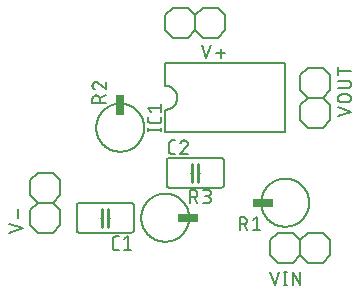
<source format=gbr>
G04 EAGLE Gerber RS-274X export*
G75*
%MOMM*%
%FSLAX34Y34*%
%LPD*%
%INSilkscreen Top*%
%IPPOS*%
%AMOC8*
5,1,8,0,0,1.08239X$1,22.5*%
G01*
%ADD10C,0.152400*%
%ADD11C,0.254000*%
%ADD12C,0.127000*%
%ADD13R,1.676400X0.762000*%
%ADD14R,0.762000X1.676400*%


D10*
X123190Y88900D02*
X80010Y88900D01*
X80010Y114300D02*
X123190Y114300D01*
X77470Y111760D02*
X77470Y91440D01*
X125730Y91440D02*
X125730Y111760D01*
X80010Y88900D02*
X79910Y88902D01*
X79811Y88908D01*
X79711Y88918D01*
X79613Y88931D01*
X79514Y88949D01*
X79417Y88970D01*
X79321Y88995D01*
X79225Y89024D01*
X79131Y89057D01*
X79038Y89093D01*
X78947Y89133D01*
X78857Y89177D01*
X78769Y89224D01*
X78683Y89274D01*
X78599Y89328D01*
X78517Y89385D01*
X78438Y89445D01*
X78360Y89509D01*
X78286Y89575D01*
X78214Y89644D01*
X78145Y89716D01*
X78079Y89790D01*
X78015Y89868D01*
X77955Y89947D01*
X77898Y90029D01*
X77844Y90113D01*
X77794Y90199D01*
X77747Y90287D01*
X77703Y90377D01*
X77663Y90468D01*
X77627Y90561D01*
X77594Y90655D01*
X77565Y90751D01*
X77540Y90847D01*
X77519Y90944D01*
X77501Y91043D01*
X77488Y91141D01*
X77478Y91241D01*
X77472Y91340D01*
X77470Y91440D01*
X123190Y88900D02*
X123290Y88902D01*
X123389Y88908D01*
X123489Y88918D01*
X123587Y88931D01*
X123686Y88949D01*
X123783Y88970D01*
X123879Y88995D01*
X123975Y89024D01*
X124069Y89057D01*
X124162Y89093D01*
X124253Y89133D01*
X124343Y89177D01*
X124431Y89224D01*
X124517Y89274D01*
X124601Y89328D01*
X124683Y89385D01*
X124762Y89445D01*
X124840Y89509D01*
X124914Y89575D01*
X124986Y89644D01*
X125055Y89716D01*
X125121Y89790D01*
X125185Y89868D01*
X125245Y89947D01*
X125302Y90029D01*
X125356Y90113D01*
X125406Y90199D01*
X125453Y90287D01*
X125497Y90377D01*
X125537Y90468D01*
X125573Y90561D01*
X125606Y90655D01*
X125635Y90751D01*
X125660Y90847D01*
X125681Y90944D01*
X125699Y91043D01*
X125712Y91141D01*
X125722Y91241D01*
X125728Y91340D01*
X125730Y91440D01*
X80010Y114300D02*
X79910Y114298D01*
X79811Y114292D01*
X79711Y114282D01*
X79613Y114269D01*
X79514Y114251D01*
X79417Y114230D01*
X79321Y114205D01*
X79225Y114176D01*
X79131Y114143D01*
X79038Y114107D01*
X78947Y114067D01*
X78857Y114023D01*
X78769Y113976D01*
X78683Y113926D01*
X78599Y113872D01*
X78517Y113815D01*
X78438Y113755D01*
X78360Y113691D01*
X78286Y113625D01*
X78214Y113556D01*
X78145Y113484D01*
X78079Y113410D01*
X78015Y113332D01*
X77955Y113253D01*
X77898Y113171D01*
X77844Y113087D01*
X77794Y113001D01*
X77747Y112913D01*
X77703Y112823D01*
X77663Y112732D01*
X77627Y112639D01*
X77594Y112545D01*
X77565Y112449D01*
X77540Y112353D01*
X77519Y112256D01*
X77501Y112157D01*
X77488Y112059D01*
X77478Y111959D01*
X77472Y111860D01*
X77470Y111760D01*
X123190Y114300D02*
X123290Y114298D01*
X123389Y114292D01*
X123489Y114282D01*
X123587Y114269D01*
X123686Y114251D01*
X123783Y114230D01*
X123879Y114205D01*
X123975Y114176D01*
X124069Y114143D01*
X124162Y114107D01*
X124253Y114067D01*
X124343Y114023D01*
X124431Y113976D01*
X124517Y113926D01*
X124601Y113872D01*
X124683Y113815D01*
X124762Y113755D01*
X124840Y113691D01*
X124914Y113625D01*
X124986Y113556D01*
X125055Y113484D01*
X125121Y113410D01*
X125185Y113332D01*
X125245Y113253D01*
X125302Y113171D01*
X125356Y113087D01*
X125406Y113001D01*
X125453Y112913D01*
X125497Y112823D01*
X125537Y112732D01*
X125573Y112639D01*
X125606Y112545D01*
X125635Y112449D01*
X125660Y112353D01*
X125681Y112256D01*
X125699Y112157D01*
X125712Y112059D01*
X125722Y111959D01*
X125728Y111860D01*
X125730Y111760D01*
X99060Y101600D02*
X97790Y101600D01*
D11*
X99060Y101600D02*
X99060Y93980D01*
X99060Y101600D02*
X99060Y109220D01*
X104140Y101600D02*
X104140Y93980D01*
X104140Y101600D02*
X104140Y109220D01*
D10*
X104140Y101600D02*
X105410Y101600D01*
D12*
X110453Y74295D02*
X112993Y74295D01*
X110453Y74295D02*
X110353Y74297D01*
X110254Y74303D01*
X110154Y74313D01*
X110056Y74326D01*
X109957Y74344D01*
X109860Y74365D01*
X109764Y74390D01*
X109668Y74419D01*
X109574Y74452D01*
X109481Y74488D01*
X109390Y74528D01*
X109300Y74572D01*
X109212Y74619D01*
X109126Y74669D01*
X109042Y74723D01*
X108960Y74780D01*
X108881Y74840D01*
X108803Y74904D01*
X108729Y74970D01*
X108657Y75039D01*
X108588Y75111D01*
X108522Y75185D01*
X108458Y75263D01*
X108398Y75342D01*
X108341Y75424D01*
X108287Y75508D01*
X108237Y75594D01*
X108190Y75682D01*
X108146Y75772D01*
X108106Y75863D01*
X108070Y75956D01*
X108037Y76050D01*
X108008Y76146D01*
X107983Y76242D01*
X107962Y76339D01*
X107944Y76438D01*
X107931Y76536D01*
X107921Y76636D01*
X107915Y76735D01*
X107913Y76835D01*
X107913Y83185D01*
X107915Y83285D01*
X107921Y83384D01*
X107931Y83484D01*
X107944Y83582D01*
X107962Y83681D01*
X107983Y83778D01*
X108008Y83874D01*
X108037Y83970D01*
X108070Y84064D01*
X108106Y84157D01*
X108146Y84248D01*
X108190Y84338D01*
X108237Y84426D01*
X108287Y84512D01*
X108341Y84596D01*
X108398Y84678D01*
X108458Y84757D01*
X108522Y84835D01*
X108588Y84909D01*
X108657Y84981D01*
X108729Y85050D01*
X108803Y85116D01*
X108881Y85180D01*
X108960Y85240D01*
X109042Y85297D01*
X109126Y85351D01*
X109212Y85401D01*
X109300Y85448D01*
X109390Y85492D01*
X109481Y85532D01*
X109574Y85568D01*
X109668Y85601D01*
X109764Y85630D01*
X109860Y85655D01*
X109957Y85676D01*
X110056Y85694D01*
X110154Y85707D01*
X110254Y85717D01*
X110353Y85723D01*
X110453Y85725D01*
X112993Y85725D01*
X117475Y83185D02*
X120650Y85725D01*
X120650Y74295D01*
X117475Y74295D02*
X123825Y74295D01*
D10*
X156210Y152400D02*
X199390Y152400D01*
X199390Y127000D02*
X156210Y127000D01*
X201930Y129540D02*
X201930Y149860D01*
X153670Y149860D02*
X153670Y129540D01*
X199390Y152400D02*
X199490Y152398D01*
X199589Y152392D01*
X199689Y152382D01*
X199787Y152369D01*
X199886Y152351D01*
X199983Y152330D01*
X200079Y152305D01*
X200175Y152276D01*
X200269Y152243D01*
X200362Y152207D01*
X200453Y152167D01*
X200543Y152123D01*
X200631Y152076D01*
X200717Y152026D01*
X200801Y151972D01*
X200883Y151915D01*
X200962Y151855D01*
X201040Y151791D01*
X201114Y151725D01*
X201186Y151656D01*
X201255Y151584D01*
X201321Y151510D01*
X201385Y151432D01*
X201445Y151353D01*
X201502Y151271D01*
X201556Y151187D01*
X201606Y151101D01*
X201653Y151013D01*
X201697Y150923D01*
X201737Y150832D01*
X201773Y150739D01*
X201806Y150645D01*
X201835Y150549D01*
X201860Y150453D01*
X201881Y150356D01*
X201899Y150257D01*
X201912Y150159D01*
X201922Y150059D01*
X201928Y149960D01*
X201930Y149860D01*
X156210Y152400D02*
X156110Y152398D01*
X156011Y152392D01*
X155911Y152382D01*
X155813Y152369D01*
X155714Y152351D01*
X155617Y152330D01*
X155521Y152305D01*
X155425Y152276D01*
X155331Y152243D01*
X155238Y152207D01*
X155147Y152167D01*
X155057Y152123D01*
X154969Y152076D01*
X154883Y152026D01*
X154799Y151972D01*
X154717Y151915D01*
X154638Y151855D01*
X154560Y151791D01*
X154486Y151725D01*
X154414Y151656D01*
X154345Y151584D01*
X154279Y151510D01*
X154215Y151432D01*
X154155Y151353D01*
X154098Y151271D01*
X154044Y151187D01*
X153994Y151101D01*
X153947Y151013D01*
X153903Y150923D01*
X153863Y150832D01*
X153827Y150739D01*
X153794Y150645D01*
X153765Y150549D01*
X153740Y150453D01*
X153719Y150356D01*
X153701Y150257D01*
X153688Y150159D01*
X153678Y150059D01*
X153672Y149960D01*
X153670Y149860D01*
X199390Y127000D02*
X199490Y127002D01*
X199589Y127008D01*
X199689Y127018D01*
X199787Y127031D01*
X199886Y127049D01*
X199983Y127070D01*
X200079Y127095D01*
X200175Y127124D01*
X200269Y127157D01*
X200362Y127193D01*
X200453Y127233D01*
X200543Y127277D01*
X200631Y127324D01*
X200717Y127374D01*
X200801Y127428D01*
X200883Y127485D01*
X200962Y127545D01*
X201040Y127609D01*
X201114Y127675D01*
X201186Y127744D01*
X201255Y127816D01*
X201321Y127890D01*
X201385Y127968D01*
X201445Y128047D01*
X201502Y128129D01*
X201556Y128213D01*
X201606Y128299D01*
X201653Y128387D01*
X201697Y128477D01*
X201737Y128568D01*
X201773Y128661D01*
X201806Y128755D01*
X201835Y128851D01*
X201860Y128947D01*
X201881Y129044D01*
X201899Y129143D01*
X201912Y129241D01*
X201922Y129341D01*
X201928Y129440D01*
X201930Y129540D01*
X156210Y127000D02*
X156110Y127002D01*
X156011Y127008D01*
X155911Y127018D01*
X155813Y127031D01*
X155714Y127049D01*
X155617Y127070D01*
X155521Y127095D01*
X155425Y127124D01*
X155331Y127157D01*
X155238Y127193D01*
X155147Y127233D01*
X155057Y127277D01*
X154969Y127324D01*
X154883Y127374D01*
X154799Y127428D01*
X154717Y127485D01*
X154638Y127545D01*
X154560Y127609D01*
X154486Y127675D01*
X154414Y127744D01*
X154345Y127816D01*
X154279Y127890D01*
X154215Y127968D01*
X154155Y128047D01*
X154098Y128129D01*
X154044Y128213D01*
X153994Y128299D01*
X153947Y128387D01*
X153903Y128477D01*
X153863Y128568D01*
X153827Y128661D01*
X153794Y128755D01*
X153765Y128851D01*
X153740Y128947D01*
X153719Y129044D01*
X153701Y129143D01*
X153688Y129241D01*
X153678Y129341D01*
X153672Y129440D01*
X153670Y129540D01*
X180340Y139700D02*
X181610Y139700D01*
D11*
X180340Y139700D02*
X180340Y147320D01*
X180340Y139700D02*
X180340Y132080D01*
X175260Y139700D02*
X175260Y147320D01*
X175260Y139700D02*
X175260Y132080D01*
D10*
X175260Y139700D02*
X173990Y139700D01*
D12*
X160655Y155575D02*
X158115Y155575D01*
X158015Y155577D01*
X157916Y155583D01*
X157816Y155593D01*
X157718Y155606D01*
X157619Y155624D01*
X157522Y155645D01*
X157426Y155670D01*
X157330Y155699D01*
X157236Y155732D01*
X157143Y155768D01*
X157052Y155808D01*
X156962Y155852D01*
X156874Y155899D01*
X156788Y155949D01*
X156704Y156003D01*
X156622Y156060D01*
X156543Y156120D01*
X156465Y156184D01*
X156391Y156250D01*
X156319Y156319D01*
X156250Y156391D01*
X156184Y156465D01*
X156120Y156543D01*
X156060Y156622D01*
X156003Y156704D01*
X155949Y156788D01*
X155899Y156874D01*
X155852Y156962D01*
X155808Y157052D01*
X155768Y157143D01*
X155732Y157236D01*
X155699Y157330D01*
X155670Y157426D01*
X155645Y157522D01*
X155624Y157619D01*
X155606Y157718D01*
X155593Y157816D01*
X155583Y157916D01*
X155577Y158015D01*
X155575Y158115D01*
X155575Y164465D01*
X155577Y164565D01*
X155583Y164664D01*
X155593Y164764D01*
X155606Y164862D01*
X155624Y164961D01*
X155645Y165058D01*
X155670Y165154D01*
X155699Y165250D01*
X155732Y165344D01*
X155768Y165437D01*
X155808Y165528D01*
X155852Y165618D01*
X155899Y165706D01*
X155949Y165792D01*
X156003Y165876D01*
X156060Y165958D01*
X156120Y166037D01*
X156184Y166115D01*
X156250Y166189D01*
X156319Y166261D01*
X156391Y166330D01*
X156465Y166396D01*
X156543Y166460D01*
X156622Y166520D01*
X156704Y166577D01*
X156788Y166631D01*
X156874Y166681D01*
X156962Y166728D01*
X157052Y166772D01*
X157143Y166812D01*
X157236Y166848D01*
X157330Y166881D01*
X157426Y166910D01*
X157522Y166935D01*
X157619Y166956D01*
X157718Y166974D01*
X157816Y166987D01*
X157916Y166997D01*
X158015Y167003D01*
X158115Y167005D01*
X160655Y167005D01*
X168630Y167006D02*
X168734Y167004D01*
X168839Y166998D01*
X168943Y166989D01*
X169046Y166976D01*
X169149Y166958D01*
X169251Y166938D01*
X169353Y166913D01*
X169453Y166885D01*
X169553Y166853D01*
X169651Y166817D01*
X169748Y166778D01*
X169843Y166736D01*
X169937Y166690D01*
X170029Y166640D01*
X170119Y166588D01*
X170207Y166532D01*
X170293Y166472D01*
X170377Y166410D01*
X170458Y166345D01*
X170537Y166277D01*
X170614Y166205D01*
X170687Y166132D01*
X170759Y166055D01*
X170827Y165976D01*
X170892Y165895D01*
X170954Y165811D01*
X171014Y165725D01*
X171070Y165637D01*
X171122Y165547D01*
X171172Y165455D01*
X171218Y165361D01*
X171260Y165266D01*
X171299Y165169D01*
X171335Y165071D01*
X171367Y164971D01*
X171395Y164871D01*
X171420Y164769D01*
X171440Y164667D01*
X171458Y164564D01*
X171471Y164461D01*
X171480Y164357D01*
X171486Y164252D01*
X171488Y164148D01*
X168630Y167005D02*
X168512Y167003D01*
X168393Y166997D01*
X168275Y166988D01*
X168158Y166975D01*
X168041Y166957D01*
X167924Y166937D01*
X167808Y166912D01*
X167693Y166884D01*
X167580Y166851D01*
X167467Y166816D01*
X167355Y166776D01*
X167245Y166734D01*
X167136Y166687D01*
X167028Y166637D01*
X166923Y166584D01*
X166819Y166527D01*
X166717Y166467D01*
X166617Y166404D01*
X166519Y166337D01*
X166423Y166268D01*
X166330Y166195D01*
X166239Y166119D01*
X166150Y166041D01*
X166064Y165959D01*
X165981Y165875D01*
X165900Y165789D01*
X165823Y165699D01*
X165748Y165608D01*
X165676Y165514D01*
X165607Y165417D01*
X165542Y165319D01*
X165479Y165218D01*
X165420Y165115D01*
X165364Y165011D01*
X165312Y164905D01*
X165263Y164797D01*
X165218Y164688D01*
X165176Y164577D01*
X165138Y164465D01*
X170535Y161926D02*
X170611Y162001D01*
X170686Y162080D01*
X170757Y162161D01*
X170826Y162245D01*
X170891Y162331D01*
X170953Y162419D01*
X171013Y162509D01*
X171069Y162601D01*
X171122Y162696D01*
X171171Y162792D01*
X171217Y162890D01*
X171260Y162989D01*
X171299Y163090D01*
X171334Y163192D01*
X171366Y163295D01*
X171394Y163399D01*
X171419Y163504D01*
X171440Y163611D01*
X171457Y163717D01*
X171470Y163824D01*
X171479Y163932D01*
X171485Y164040D01*
X171487Y164148D01*
X170535Y161925D02*
X165137Y155575D01*
X171487Y155575D01*
D10*
X152400Y232410D02*
X254000Y232410D01*
X254000Y173990D02*
X152400Y173990D01*
X254000Y173990D02*
X254000Y232410D01*
X152400Y232410D02*
X152400Y213360D01*
X152400Y193040D02*
X152400Y173990D01*
X152400Y193040D02*
X152647Y193043D01*
X152895Y193052D01*
X153142Y193067D01*
X153388Y193088D01*
X153634Y193115D01*
X153879Y193148D01*
X154124Y193187D01*
X154367Y193232D01*
X154609Y193283D01*
X154850Y193340D01*
X155089Y193402D01*
X155327Y193471D01*
X155563Y193545D01*
X155797Y193625D01*
X156029Y193710D01*
X156259Y193802D01*
X156487Y193898D01*
X156712Y194001D01*
X156935Y194108D01*
X157155Y194222D01*
X157372Y194340D01*
X157587Y194464D01*
X157798Y194593D01*
X158006Y194727D01*
X158211Y194866D01*
X158412Y195010D01*
X158610Y195158D01*
X158804Y195312D01*
X158994Y195470D01*
X159180Y195633D01*
X159362Y195800D01*
X159540Y195972D01*
X159714Y196148D01*
X159884Y196328D01*
X160049Y196513D01*
X160209Y196701D01*
X160365Y196893D01*
X160517Y197089D01*
X160663Y197288D01*
X160805Y197491D01*
X160941Y197698D01*
X161073Y197907D01*
X161199Y198120D01*
X161320Y198336D01*
X161436Y198554D01*
X161546Y198776D01*
X161651Y199000D01*
X161751Y199226D01*
X161845Y199455D01*
X161933Y199686D01*
X162016Y199920D01*
X162093Y200155D01*
X162164Y200392D01*
X162230Y200630D01*
X162289Y200870D01*
X162343Y201112D01*
X162391Y201355D01*
X162433Y201598D01*
X162469Y201843D01*
X162499Y202089D01*
X162523Y202335D01*
X162541Y202582D01*
X162553Y202829D01*
X162559Y203076D01*
X162559Y203324D01*
X162553Y203571D01*
X162541Y203818D01*
X162523Y204065D01*
X162499Y204311D01*
X162469Y204557D01*
X162433Y204802D01*
X162391Y205045D01*
X162343Y205288D01*
X162289Y205530D01*
X162230Y205770D01*
X162164Y206008D01*
X162093Y206245D01*
X162016Y206480D01*
X161933Y206714D01*
X161845Y206945D01*
X161751Y207174D01*
X161651Y207400D01*
X161546Y207624D01*
X161436Y207846D01*
X161320Y208064D01*
X161199Y208280D01*
X161073Y208493D01*
X160941Y208702D01*
X160805Y208909D01*
X160663Y209112D01*
X160517Y209311D01*
X160365Y209507D01*
X160209Y209699D01*
X160049Y209887D01*
X159884Y210072D01*
X159714Y210252D01*
X159540Y210428D01*
X159362Y210600D01*
X159180Y210767D01*
X158994Y210930D01*
X158804Y211088D01*
X158610Y211242D01*
X158412Y211390D01*
X158211Y211534D01*
X158006Y211673D01*
X157798Y211807D01*
X157587Y211936D01*
X157372Y212060D01*
X157155Y212178D01*
X156935Y212292D01*
X156712Y212399D01*
X156487Y212502D01*
X156259Y212598D01*
X156029Y212690D01*
X155797Y212775D01*
X155563Y212855D01*
X155327Y212929D01*
X155089Y212998D01*
X154850Y213060D01*
X154609Y213117D01*
X154367Y213168D01*
X154124Y213213D01*
X153879Y213252D01*
X153634Y213285D01*
X153388Y213312D01*
X153142Y213333D01*
X152895Y213348D01*
X152647Y213357D01*
X152400Y213360D01*
D12*
X149225Y175895D02*
X137795Y175895D01*
X149225Y174625D02*
X149225Y177165D01*
X137795Y177165D02*
X137795Y174625D01*
X149225Y184367D02*
X149225Y186907D01*
X149225Y184367D02*
X149223Y184267D01*
X149217Y184168D01*
X149207Y184068D01*
X149194Y183970D01*
X149176Y183871D01*
X149155Y183774D01*
X149130Y183678D01*
X149101Y183582D01*
X149068Y183488D01*
X149032Y183395D01*
X148992Y183304D01*
X148948Y183214D01*
X148901Y183126D01*
X148851Y183040D01*
X148797Y182956D01*
X148740Y182874D01*
X148680Y182795D01*
X148616Y182717D01*
X148550Y182643D01*
X148481Y182571D01*
X148409Y182502D01*
X148335Y182436D01*
X148257Y182372D01*
X148178Y182312D01*
X148096Y182255D01*
X148012Y182201D01*
X147926Y182151D01*
X147838Y182104D01*
X147748Y182060D01*
X147657Y182020D01*
X147564Y181984D01*
X147470Y181951D01*
X147374Y181922D01*
X147278Y181897D01*
X147181Y181876D01*
X147082Y181858D01*
X146984Y181845D01*
X146884Y181835D01*
X146785Y181829D01*
X146685Y181827D01*
X140335Y181827D01*
X140235Y181829D01*
X140136Y181835D01*
X140036Y181845D01*
X139938Y181858D01*
X139839Y181876D01*
X139742Y181897D01*
X139646Y181922D01*
X139550Y181951D01*
X139456Y181984D01*
X139363Y182020D01*
X139272Y182060D01*
X139182Y182104D01*
X139094Y182151D01*
X139008Y182201D01*
X138924Y182255D01*
X138842Y182312D01*
X138763Y182372D01*
X138685Y182436D01*
X138611Y182502D01*
X138539Y182571D01*
X138470Y182643D01*
X138404Y182717D01*
X138340Y182795D01*
X138280Y182874D01*
X138223Y182956D01*
X138169Y183040D01*
X138119Y183126D01*
X138072Y183214D01*
X138028Y183304D01*
X137988Y183395D01*
X137952Y183488D01*
X137919Y183582D01*
X137890Y183678D01*
X137865Y183774D01*
X137844Y183871D01*
X137826Y183970D01*
X137813Y184068D01*
X137803Y184168D01*
X137797Y184267D01*
X137795Y184367D01*
X137795Y186907D01*
X140335Y191389D02*
X137795Y194564D01*
X149225Y194564D01*
X149225Y191389D02*
X149225Y197739D01*
D10*
X233680Y114300D02*
X233686Y114799D01*
X233704Y115297D01*
X233735Y115795D01*
X233778Y116292D01*
X233833Y116787D01*
X233900Y117282D01*
X233979Y117774D01*
X234070Y118264D01*
X234174Y118752D01*
X234289Y119237D01*
X234416Y119720D01*
X234555Y120199D01*
X234706Y120674D01*
X234868Y121146D01*
X235042Y121613D01*
X235227Y122076D01*
X235423Y122535D01*
X235631Y122988D01*
X235850Y123436D01*
X236079Y123879D01*
X236320Y124316D01*
X236571Y124747D01*
X236833Y125171D01*
X237105Y125589D01*
X237387Y126000D01*
X237679Y126405D01*
X237981Y126802D01*
X238292Y127191D01*
X238614Y127572D01*
X238944Y127946D01*
X239283Y128311D01*
X239632Y128668D01*
X239989Y129017D01*
X240354Y129356D01*
X240728Y129686D01*
X241109Y130008D01*
X241498Y130319D01*
X241895Y130621D01*
X242300Y130913D01*
X242711Y131195D01*
X243129Y131467D01*
X243553Y131729D01*
X243984Y131980D01*
X244421Y132221D01*
X244864Y132450D01*
X245312Y132669D01*
X245765Y132877D01*
X246224Y133073D01*
X246687Y133258D01*
X247154Y133432D01*
X247626Y133594D01*
X248101Y133745D01*
X248580Y133884D01*
X249063Y134011D01*
X249548Y134126D01*
X250036Y134230D01*
X250526Y134321D01*
X251018Y134400D01*
X251513Y134467D01*
X252008Y134522D01*
X252505Y134565D01*
X253003Y134596D01*
X253501Y134614D01*
X254000Y134620D01*
X254499Y134614D01*
X254997Y134596D01*
X255495Y134565D01*
X255992Y134522D01*
X256487Y134467D01*
X256982Y134400D01*
X257474Y134321D01*
X257964Y134230D01*
X258452Y134126D01*
X258937Y134011D01*
X259420Y133884D01*
X259899Y133745D01*
X260374Y133594D01*
X260846Y133432D01*
X261313Y133258D01*
X261776Y133073D01*
X262235Y132877D01*
X262688Y132669D01*
X263136Y132450D01*
X263579Y132221D01*
X264016Y131980D01*
X264447Y131729D01*
X264871Y131467D01*
X265289Y131195D01*
X265700Y130913D01*
X266105Y130621D01*
X266502Y130319D01*
X266891Y130008D01*
X267272Y129686D01*
X267646Y129356D01*
X268011Y129017D01*
X268368Y128668D01*
X268717Y128311D01*
X269056Y127946D01*
X269386Y127572D01*
X269708Y127191D01*
X270019Y126802D01*
X270321Y126405D01*
X270613Y126000D01*
X270895Y125589D01*
X271167Y125171D01*
X271429Y124747D01*
X271680Y124316D01*
X271921Y123879D01*
X272150Y123436D01*
X272369Y122988D01*
X272577Y122535D01*
X272773Y122076D01*
X272958Y121613D01*
X273132Y121146D01*
X273294Y120674D01*
X273445Y120199D01*
X273584Y119720D01*
X273711Y119237D01*
X273826Y118752D01*
X273930Y118264D01*
X274021Y117774D01*
X274100Y117282D01*
X274167Y116787D01*
X274222Y116292D01*
X274265Y115795D01*
X274296Y115297D01*
X274314Y114799D01*
X274320Y114300D01*
X274314Y113801D01*
X274296Y113303D01*
X274265Y112805D01*
X274222Y112308D01*
X274167Y111813D01*
X274100Y111318D01*
X274021Y110826D01*
X273930Y110336D01*
X273826Y109848D01*
X273711Y109363D01*
X273584Y108880D01*
X273445Y108401D01*
X273294Y107926D01*
X273132Y107454D01*
X272958Y106987D01*
X272773Y106524D01*
X272577Y106065D01*
X272369Y105612D01*
X272150Y105164D01*
X271921Y104721D01*
X271680Y104284D01*
X271429Y103853D01*
X271167Y103429D01*
X270895Y103011D01*
X270613Y102600D01*
X270321Y102195D01*
X270019Y101798D01*
X269708Y101409D01*
X269386Y101028D01*
X269056Y100654D01*
X268717Y100289D01*
X268368Y99932D01*
X268011Y99583D01*
X267646Y99244D01*
X267272Y98914D01*
X266891Y98592D01*
X266502Y98281D01*
X266105Y97979D01*
X265700Y97687D01*
X265289Y97405D01*
X264871Y97133D01*
X264447Y96871D01*
X264016Y96620D01*
X263579Y96379D01*
X263136Y96150D01*
X262688Y95931D01*
X262235Y95723D01*
X261776Y95527D01*
X261313Y95342D01*
X260846Y95168D01*
X260374Y95006D01*
X259899Y94855D01*
X259420Y94716D01*
X258937Y94589D01*
X258452Y94474D01*
X257964Y94370D01*
X257474Y94279D01*
X256982Y94200D01*
X256487Y94133D01*
X255992Y94078D01*
X255495Y94035D01*
X254997Y94004D01*
X254499Y93986D01*
X254000Y93980D01*
X253501Y93986D01*
X253003Y94004D01*
X252505Y94035D01*
X252008Y94078D01*
X251513Y94133D01*
X251018Y94200D01*
X250526Y94279D01*
X250036Y94370D01*
X249548Y94474D01*
X249063Y94589D01*
X248580Y94716D01*
X248101Y94855D01*
X247626Y95006D01*
X247154Y95168D01*
X246687Y95342D01*
X246224Y95527D01*
X245765Y95723D01*
X245312Y95931D01*
X244864Y96150D01*
X244421Y96379D01*
X243984Y96620D01*
X243553Y96871D01*
X243129Y97133D01*
X242711Y97405D01*
X242300Y97687D01*
X241895Y97979D01*
X241498Y98281D01*
X241109Y98592D01*
X240728Y98914D01*
X240354Y99244D01*
X239989Y99583D01*
X239632Y99932D01*
X239283Y100289D01*
X238944Y100654D01*
X238614Y101028D01*
X238292Y101409D01*
X237981Y101798D01*
X237679Y102195D01*
X237387Y102600D01*
X237105Y103011D01*
X236833Y103429D01*
X236571Y103853D01*
X236320Y104284D01*
X236079Y104721D01*
X235850Y105164D01*
X235631Y105612D01*
X235423Y106065D01*
X235227Y106524D01*
X235042Y106987D01*
X234868Y107454D01*
X234706Y107926D01*
X234555Y108401D01*
X234416Y108880D01*
X234289Y109363D01*
X234174Y109848D01*
X234070Y110336D01*
X233979Y110826D01*
X233900Y111318D01*
X233833Y111813D01*
X233778Y112308D01*
X233735Y112805D01*
X233704Y113303D01*
X233686Y113801D01*
X233680Y114300D01*
D13*
X234950Y114300D03*
D12*
X215348Y102235D02*
X215348Y90805D01*
X215348Y102235D02*
X218523Y102235D01*
X218634Y102233D01*
X218744Y102227D01*
X218855Y102218D01*
X218965Y102204D01*
X219074Y102187D01*
X219183Y102166D01*
X219291Y102141D01*
X219398Y102112D01*
X219504Y102080D01*
X219609Y102044D01*
X219712Y102004D01*
X219814Y101961D01*
X219915Y101914D01*
X220014Y101863D01*
X220111Y101810D01*
X220205Y101753D01*
X220298Y101692D01*
X220389Y101629D01*
X220478Y101562D01*
X220564Y101492D01*
X220647Y101419D01*
X220729Y101344D01*
X220807Y101266D01*
X220882Y101184D01*
X220955Y101101D01*
X221025Y101015D01*
X221092Y100926D01*
X221155Y100835D01*
X221216Y100742D01*
X221273Y100647D01*
X221326Y100551D01*
X221377Y100452D01*
X221424Y100351D01*
X221467Y100249D01*
X221507Y100146D01*
X221543Y100041D01*
X221575Y99935D01*
X221604Y99828D01*
X221629Y99720D01*
X221650Y99611D01*
X221667Y99502D01*
X221681Y99392D01*
X221690Y99281D01*
X221696Y99171D01*
X221698Y99060D01*
X221696Y98949D01*
X221690Y98839D01*
X221681Y98728D01*
X221667Y98618D01*
X221650Y98509D01*
X221629Y98400D01*
X221604Y98292D01*
X221575Y98185D01*
X221543Y98079D01*
X221507Y97974D01*
X221467Y97871D01*
X221424Y97769D01*
X221377Y97668D01*
X221326Y97569D01*
X221273Y97472D01*
X221216Y97378D01*
X221155Y97285D01*
X221092Y97194D01*
X221025Y97105D01*
X220955Y97019D01*
X220882Y96936D01*
X220807Y96854D01*
X220729Y96776D01*
X220647Y96701D01*
X220564Y96628D01*
X220478Y96558D01*
X220389Y96491D01*
X220298Y96428D01*
X220205Y96367D01*
X220110Y96310D01*
X220014Y96257D01*
X219915Y96206D01*
X219814Y96159D01*
X219712Y96116D01*
X219609Y96076D01*
X219504Y96040D01*
X219398Y96008D01*
X219291Y95979D01*
X219183Y95954D01*
X219074Y95933D01*
X218965Y95916D01*
X218855Y95902D01*
X218744Y95893D01*
X218634Y95887D01*
X218523Y95885D01*
X215348Y95885D01*
X219158Y95885D02*
X221698Y90805D01*
X226695Y99695D02*
X229870Y102235D01*
X229870Y90805D01*
X226695Y90805D02*
X233045Y90805D01*
D10*
X93980Y177800D02*
X93986Y178299D01*
X94004Y178797D01*
X94035Y179295D01*
X94078Y179792D01*
X94133Y180287D01*
X94200Y180782D01*
X94279Y181274D01*
X94370Y181764D01*
X94474Y182252D01*
X94589Y182737D01*
X94716Y183220D01*
X94855Y183699D01*
X95006Y184174D01*
X95168Y184646D01*
X95342Y185113D01*
X95527Y185576D01*
X95723Y186035D01*
X95931Y186488D01*
X96150Y186936D01*
X96379Y187379D01*
X96620Y187816D01*
X96871Y188247D01*
X97133Y188671D01*
X97405Y189089D01*
X97687Y189500D01*
X97979Y189905D01*
X98281Y190302D01*
X98592Y190691D01*
X98914Y191072D01*
X99244Y191446D01*
X99583Y191811D01*
X99932Y192168D01*
X100289Y192517D01*
X100654Y192856D01*
X101028Y193186D01*
X101409Y193508D01*
X101798Y193819D01*
X102195Y194121D01*
X102600Y194413D01*
X103011Y194695D01*
X103429Y194967D01*
X103853Y195229D01*
X104284Y195480D01*
X104721Y195721D01*
X105164Y195950D01*
X105612Y196169D01*
X106065Y196377D01*
X106524Y196573D01*
X106987Y196758D01*
X107454Y196932D01*
X107926Y197094D01*
X108401Y197245D01*
X108880Y197384D01*
X109363Y197511D01*
X109848Y197626D01*
X110336Y197730D01*
X110826Y197821D01*
X111318Y197900D01*
X111813Y197967D01*
X112308Y198022D01*
X112805Y198065D01*
X113303Y198096D01*
X113801Y198114D01*
X114300Y198120D01*
X114799Y198114D01*
X115297Y198096D01*
X115795Y198065D01*
X116292Y198022D01*
X116787Y197967D01*
X117282Y197900D01*
X117774Y197821D01*
X118264Y197730D01*
X118752Y197626D01*
X119237Y197511D01*
X119720Y197384D01*
X120199Y197245D01*
X120674Y197094D01*
X121146Y196932D01*
X121613Y196758D01*
X122076Y196573D01*
X122535Y196377D01*
X122988Y196169D01*
X123436Y195950D01*
X123879Y195721D01*
X124316Y195480D01*
X124747Y195229D01*
X125171Y194967D01*
X125589Y194695D01*
X126000Y194413D01*
X126405Y194121D01*
X126802Y193819D01*
X127191Y193508D01*
X127572Y193186D01*
X127946Y192856D01*
X128311Y192517D01*
X128668Y192168D01*
X129017Y191811D01*
X129356Y191446D01*
X129686Y191072D01*
X130008Y190691D01*
X130319Y190302D01*
X130621Y189905D01*
X130913Y189500D01*
X131195Y189089D01*
X131467Y188671D01*
X131729Y188247D01*
X131980Y187816D01*
X132221Y187379D01*
X132450Y186936D01*
X132669Y186488D01*
X132877Y186035D01*
X133073Y185576D01*
X133258Y185113D01*
X133432Y184646D01*
X133594Y184174D01*
X133745Y183699D01*
X133884Y183220D01*
X134011Y182737D01*
X134126Y182252D01*
X134230Y181764D01*
X134321Y181274D01*
X134400Y180782D01*
X134467Y180287D01*
X134522Y179792D01*
X134565Y179295D01*
X134596Y178797D01*
X134614Y178299D01*
X134620Y177800D01*
X134614Y177301D01*
X134596Y176803D01*
X134565Y176305D01*
X134522Y175808D01*
X134467Y175313D01*
X134400Y174818D01*
X134321Y174326D01*
X134230Y173836D01*
X134126Y173348D01*
X134011Y172863D01*
X133884Y172380D01*
X133745Y171901D01*
X133594Y171426D01*
X133432Y170954D01*
X133258Y170487D01*
X133073Y170024D01*
X132877Y169565D01*
X132669Y169112D01*
X132450Y168664D01*
X132221Y168221D01*
X131980Y167784D01*
X131729Y167353D01*
X131467Y166929D01*
X131195Y166511D01*
X130913Y166100D01*
X130621Y165695D01*
X130319Y165298D01*
X130008Y164909D01*
X129686Y164528D01*
X129356Y164154D01*
X129017Y163789D01*
X128668Y163432D01*
X128311Y163083D01*
X127946Y162744D01*
X127572Y162414D01*
X127191Y162092D01*
X126802Y161781D01*
X126405Y161479D01*
X126000Y161187D01*
X125589Y160905D01*
X125171Y160633D01*
X124747Y160371D01*
X124316Y160120D01*
X123879Y159879D01*
X123436Y159650D01*
X122988Y159431D01*
X122535Y159223D01*
X122076Y159027D01*
X121613Y158842D01*
X121146Y158668D01*
X120674Y158506D01*
X120199Y158355D01*
X119720Y158216D01*
X119237Y158089D01*
X118752Y157974D01*
X118264Y157870D01*
X117774Y157779D01*
X117282Y157700D01*
X116787Y157633D01*
X116292Y157578D01*
X115795Y157535D01*
X115297Y157504D01*
X114799Y157486D01*
X114300Y157480D01*
X113801Y157486D01*
X113303Y157504D01*
X112805Y157535D01*
X112308Y157578D01*
X111813Y157633D01*
X111318Y157700D01*
X110826Y157779D01*
X110336Y157870D01*
X109848Y157974D01*
X109363Y158089D01*
X108880Y158216D01*
X108401Y158355D01*
X107926Y158506D01*
X107454Y158668D01*
X106987Y158842D01*
X106524Y159027D01*
X106065Y159223D01*
X105612Y159431D01*
X105164Y159650D01*
X104721Y159879D01*
X104284Y160120D01*
X103853Y160371D01*
X103429Y160633D01*
X103011Y160905D01*
X102600Y161187D01*
X102195Y161479D01*
X101798Y161781D01*
X101409Y162092D01*
X101028Y162414D01*
X100654Y162744D01*
X100289Y163083D01*
X99932Y163432D01*
X99583Y163789D01*
X99244Y164154D01*
X98914Y164528D01*
X98592Y164909D01*
X98281Y165298D01*
X97979Y165695D01*
X97687Y166100D01*
X97405Y166511D01*
X97133Y166929D01*
X96871Y167353D01*
X96620Y167784D01*
X96379Y168221D01*
X96150Y168664D01*
X95931Y169112D01*
X95723Y169565D01*
X95527Y170024D01*
X95342Y170487D01*
X95168Y170954D01*
X95006Y171426D01*
X94855Y171901D01*
X94716Y172380D01*
X94589Y172863D01*
X94474Y173348D01*
X94370Y173836D01*
X94279Y174326D01*
X94200Y174818D01*
X94133Y175313D01*
X94078Y175808D01*
X94035Y176305D01*
X94004Y176803D01*
X93986Y177301D01*
X93980Y177800D01*
D14*
X114300Y196850D03*
D12*
X102235Y198755D02*
X90805Y198755D01*
X90805Y201930D01*
X90807Y202041D01*
X90813Y202151D01*
X90822Y202262D01*
X90836Y202372D01*
X90853Y202481D01*
X90874Y202590D01*
X90899Y202698D01*
X90928Y202805D01*
X90960Y202911D01*
X90996Y203016D01*
X91036Y203119D01*
X91079Y203221D01*
X91126Y203322D01*
X91177Y203421D01*
X91230Y203518D01*
X91287Y203612D01*
X91348Y203705D01*
X91411Y203796D01*
X91478Y203885D01*
X91548Y203971D01*
X91621Y204054D01*
X91696Y204136D01*
X91774Y204214D01*
X91856Y204289D01*
X91939Y204362D01*
X92025Y204432D01*
X92114Y204499D01*
X92205Y204562D01*
X92298Y204623D01*
X92393Y204680D01*
X92489Y204733D01*
X92588Y204784D01*
X92689Y204831D01*
X92791Y204874D01*
X92894Y204914D01*
X92999Y204950D01*
X93105Y204982D01*
X93212Y205011D01*
X93320Y205036D01*
X93429Y205057D01*
X93538Y205074D01*
X93648Y205088D01*
X93759Y205097D01*
X93869Y205103D01*
X93980Y205105D01*
X94091Y205103D01*
X94201Y205097D01*
X94312Y205088D01*
X94422Y205074D01*
X94531Y205057D01*
X94640Y205036D01*
X94748Y205011D01*
X94855Y204982D01*
X94961Y204950D01*
X95066Y204914D01*
X95169Y204874D01*
X95271Y204831D01*
X95372Y204784D01*
X95471Y204733D01*
X95568Y204680D01*
X95662Y204623D01*
X95755Y204562D01*
X95846Y204499D01*
X95935Y204432D01*
X96021Y204362D01*
X96104Y204289D01*
X96186Y204214D01*
X96264Y204136D01*
X96339Y204054D01*
X96412Y203971D01*
X96482Y203885D01*
X96549Y203796D01*
X96612Y203705D01*
X96673Y203612D01*
X96730Y203518D01*
X96783Y203421D01*
X96834Y203322D01*
X96881Y203221D01*
X96924Y203119D01*
X96964Y203016D01*
X97000Y202911D01*
X97032Y202805D01*
X97061Y202698D01*
X97086Y202590D01*
X97107Y202481D01*
X97124Y202372D01*
X97138Y202262D01*
X97147Y202151D01*
X97153Y202041D01*
X97155Y201930D01*
X97155Y198755D01*
X97155Y202565D02*
X102235Y205105D01*
X93663Y216453D02*
X93559Y216451D01*
X93454Y216445D01*
X93350Y216436D01*
X93247Y216423D01*
X93144Y216405D01*
X93042Y216385D01*
X92940Y216360D01*
X92840Y216332D01*
X92740Y216300D01*
X92642Y216264D01*
X92545Y216225D01*
X92450Y216183D01*
X92356Y216137D01*
X92264Y216087D01*
X92174Y216035D01*
X92086Y215979D01*
X92000Y215919D01*
X91916Y215857D01*
X91835Y215792D01*
X91756Y215724D01*
X91679Y215652D01*
X91606Y215579D01*
X91534Y215502D01*
X91466Y215423D01*
X91401Y215342D01*
X91339Y215258D01*
X91279Y215172D01*
X91223Y215084D01*
X91171Y214994D01*
X91121Y214902D01*
X91075Y214808D01*
X91033Y214713D01*
X90994Y214616D01*
X90958Y214518D01*
X90926Y214418D01*
X90898Y214318D01*
X90873Y214216D01*
X90853Y214114D01*
X90835Y214011D01*
X90822Y213908D01*
X90813Y213804D01*
X90807Y213699D01*
X90805Y213595D01*
X90807Y213477D01*
X90813Y213358D01*
X90822Y213240D01*
X90835Y213123D01*
X90853Y213006D01*
X90873Y212889D01*
X90898Y212773D01*
X90926Y212658D01*
X90959Y212545D01*
X90994Y212432D01*
X91034Y212320D01*
X91076Y212210D01*
X91123Y212101D01*
X91173Y211993D01*
X91226Y211888D01*
X91283Y211784D01*
X91343Y211682D01*
X91406Y211582D01*
X91473Y211484D01*
X91542Y211388D01*
X91615Y211295D01*
X91691Y211204D01*
X91769Y211115D01*
X91851Y211029D01*
X91935Y210946D01*
X92021Y210865D01*
X92111Y210788D01*
X92202Y210713D01*
X92296Y210641D01*
X92393Y210572D01*
X92491Y210507D01*
X92592Y210444D01*
X92695Y210385D01*
X92799Y210329D01*
X92905Y210277D01*
X93013Y210228D01*
X93122Y210183D01*
X93233Y210141D01*
X93345Y210103D01*
X95885Y215500D02*
X95810Y215576D01*
X95731Y215651D01*
X95650Y215722D01*
X95566Y215791D01*
X95480Y215856D01*
X95392Y215918D01*
X95302Y215978D01*
X95210Y216034D01*
X95115Y216087D01*
X95019Y216136D01*
X94921Y216182D01*
X94822Y216225D01*
X94721Y216264D01*
X94619Y216299D01*
X94516Y216331D01*
X94412Y216359D01*
X94307Y216384D01*
X94200Y216405D01*
X94094Y216422D01*
X93987Y216435D01*
X93879Y216444D01*
X93771Y216450D01*
X93663Y216452D01*
X95885Y215500D02*
X102235Y210102D01*
X102235Y216452D01*
D10*
X132080Y101600D02*
X132086Y102099D01*
X132104Y102597D01*
X132135Y103095D01*
X132178Y103592D01*
X132233Y104087D01*
X132300Y104582D01*
X132379Y105074D01*
X132470Y105564D01*
X132574Y106052D01*
X132689Y106537D01*
X132816Y107020D01*
X132955Y107499D01*
X133106Y107974D01*
X133268Y108446D01*
X133442Y108913D01*
X133627Y109376D01*
X133823Y109835D01*
X134031Y110288D01*
X134250Y110736D01*
X134479Y111179D01*
X134720Y111616D01*
X134971Y112047D01*
X135233Y112471D01*
X135505Y112889D01*
X135787Y113300D01*
X136079Y113705D01*
X136381Y114102D01*
X136692Y114491D01*
X137014Y114872D01*
X137344Y115246D01*
X137683Y115611D01*
X138032Y115968D01*
X138389Y116317D01*
X138754Y116656D01*
X139128Y116986D01*
X139509Y117308D01*
X139898Y117619D01*
X140295Y117921D01*
X140700Y118213D01*
X141111Y118495D01*
X141529Y118767D01*
X141953Y119029D01*
X142384Y119280D01*
X142821Y119521D01*
X143264Y119750D01*
X143712Y119969D01*
X144165Y120177D01*
X144624Y120373D01*
X145087Y120558D01*
X145554Y120732D01*
X146026Y120894D01*
X146501Y121045D01*
X146980Y121184D01*
X147463Y121311D01*
X147948Y121426D01*
X148436Y121530D01*
X148926Y121621D01*
X149418Y121700D01*
X149913Y121767D01*
X150408Y121822D01*
X150905Y121865D01*
X151403Y121896D01*
X151901Y121914D01*
X152400Y121920D01*
X152899Y121914D01*
X153397Y121896D01*
X153895Y121865D01*
X154392Y121822D01*
X154887Y121767D01*
X155382Y121700D01*
X155874Y121621D01*
X156364Y121530D01*
X156852Y121426D01*
X157337Y121311D01*
X157820Y121184D01*
X158299Y121045D01*
X158774Y120894D01*
X159246Y120732D01*
X159713Y120558D01*
X160176Y120373D01*
X160635Y120177D01*
X161088Y119969D01*
X161536Y119750D01*
X161979Y119521D01*
X162416Y119280D01*
X162847Y119029D01*
X163271Y118767D01*
X163689Y118495D01*
X164100Y118213D01*
X164505Y117921D01*
X164902Y117619D01*
X165291Y117308D01*
X165672Y116986D01*
X166046Y116656D01*
X166411Y116317D01*
X166768Y115968D01*
X167117Y115611D01*
X167456Y115246D01*
X167786Y114872D01*
X168108Y114491D01*
X168419Y114102D01*
X168721Y113705D01*
X169013Y113300D01*
X169295Y112889D01*
X169567Y112471D01*
X169829Y112047D01*
X170080Y111616D01*
X170321Y111179D01*
X170550Y110736D01*
X170769Y110288D01*
X170977Y109835D01*
X171173Y109376D01*
X171358Y108913D01*
X171532Y108446D01*
X171694Y107974D01*
X171845Y107499D01*
X171984Y107020D01*
X172111Y106537D01*
X172226Y106052D01*
X172330Y105564D01*
X172421Y105074D01*
X172500Y104582D01*
X172567Y104087D01*
X172622Y103592D01*
X172665Y103095D01*
X172696Y102597D01*
X172714Y102099D01*
X172720Y101600D01*
X172714Y101101D01*
X172696Y100603D01*
X172665Y100105D01*
X172622Y99608D01*
X172567Y99113D01*
X172500Y98618D01*
X172421Y98126D01*
X172330Y97636D01*
X172226Y97148D01*
X172111Y96663D01*
X171984Y96180D01*
X171845Y95701D01*
X171694Y95226D01*
X171532Y94754D01*
X171358Y94287D01*
X171173Y93824D01*
X170977Y93365D01*
X170769Y92912D01*
X170550Y92464D01*
X170321Y92021D01*
X170080Y91584D01*
X169829Y91153D01*
X169567Y90729D01*
X169295Y90311D01*
X169013Y89900D01*
X168721Y89495D01*
X168419Y89098D01*
X168108Y88709D01*
X167786Y88328D01*
X167456Y87954D01*
X167117Y87589D01*
X166768Y87232D01*
X166411Y86883D01*
X166046Y86544D01*
X165672Y86214D01*
X165291Y85892D01*
X164902Y85581D01*
X164505Y85279D01*
X164100Y84987D01*
X163689Y84705D01*
X163271Y84433D01*
X162847Y84171D01*
X162416Y83920D01*
X161979Y83679D01*
X161536Y83450D01*
X161088Y83231D01*
X160635Y83023D01*
X160176Y82827D01*
X159713Y82642D01*
X159246Y82468D01*
X158774Y82306D01*
X158299Y82155D01*
X157820Y82016D01*
X157337Y81889D01*
X156852Y81774D01*
X156364Y81670D01*
X155874Y81579D01*
X155382Y81500D01*
X154887Y81433D01*
X154392Y81378D01*
X153895Y81335D01*
X153397Y81304D01*
X152899Y81286D01*
X152400Y81280D01*
X151901Y81286D01*
X151403Y81304D01*
X150905Y81335D01*
X150408Y81378D01*
X149913Y81433D01*
X149418Y81500D01*
X148926Y81579D01*
X148436Y81670D01*
X147948Y81774D01*
X147463Y81889D01*
X146980Y82016D01*
X146501Y82155D01*
X146026Y82306D01*
X145554Y82468D01*
X145087Y82642D01*
X144624Y82827D01*
X144165Y83023D01*
X143712Y83231D01*
X143264Y83450D01*
X142821Y83679D01*
X142384Y83920D01*
X141953Y84171D01*
X141529Y84433D01*
X141111Y84705D01*
X140700Y84987D01*
X140295Y85279D01*
X139898Y85581D01*
X139509Y85892D01*
X139128Y86214D01*
X138754Y86544D01*
X138389Y86883D01*
X138032Y87232D01*
X137683Y87589D01*
X137344Y87954D01*
X137014Y88328D01*
X136692Y88709D01*
X136381Y89098D01*
X136079Y89495D01*
X135787Y89900D01*
X135505Y90311D01*
X135233Y90729D01*
X134971Y91153D01*
X134720Y91584D01*
X134479Y92021D01*
X134250Y92464D01*
X134031Y92912D01*
X133823Y93365D01*
X133627Y93824D01*
X133442Y94287D01*
X133268Y94754D01*
X133106Y95226D01*
X132955Y95701D01*
X132816Y96180D01*
X132689Y96663D01*
X132574Y97148D01*
X132470Y97636D01*
X132379Y98126D01*
X132300Y98618D01*
X132233Y99113D01*
X132178Y99608D01*
X132135Y100105D01*
X132104Y100603D01*
X132086Y101101D01*
X132080Y101600D01*
D13*
X171450Y101600D03*
D12*
X173355Y113665D02*
X173355Y125095D01*
X176530Y125095D01*
X176641Y125093D01*
X176751Y125087D01*
X176862Y125078D01*
X176972Y125064D01*
X177081Y125047D01*
X177190Y125026D01*
X177298Y125001D01*
X177405Y124972D01*
X177511Y124940D01*
X177616Y124904D01*
X177719Y124864D01*
X177821Y124821D01*
X177922Y124774D01*
X178021Y124723D01*
X178118Y124670D01*
X178212Y124613D01*
X178305Y124552D01*
X178396Y124489D01*
X178485Y124422D01*
X178571Y124352D01*
X178654Y124279D01*
X178736Y124204D01*
X178814Y124126D01*
X178889Y124044D01*
X178962Y123961D01*
X179032Y123875D01*
X179099Y123786D01*
X179162Y123695D01*
X179223Y123602D01*
X179280Y123507D01*
X179333Y123411D01*
X179384Y123312D01*
X179431Y123211D01*
X179474Y123109D01*
X179514Y123006D01*
X179550Y122901D01*
X179582Y122795D01*
X179611Y122688D01*
X179636Y122580D01*
X179657Y122471D01*
X179674Y122362D01*
X179688Y122252D01*
X179697Y122141D01*
X179703Y122031D01*
X179705Y121920D01*
X179703Y121809D01*
X179697Y121699D01*
X179688Y121588D01*
X179674Y121478D01*
X179657Y121369D01*
X179636Y121260D01*
X179611Y121152D01*
X179582Y121045D01*
X179550Y120939D01*
X179514Y120834D01*
X179474Y120731D01*
X179431Y120629D01*
X179384Y120528D01*
X179333Y120429D01*
X179280Y120332D01*
X179223Y120238D01*
X179162Y120145D01*
X179099Y120054D01*
X179032Y119965D01*
X178962Y119879D01*
X178889Y119796D01*
X178814Y119714D01*
X178736Y119636D01*
X178654Y119561D01*
X178571Y119488D01*
X178485Y119418D01*
X178396Y119351D01*
X178305Y119288D01*
X178212Y119227D01*
X178117Y119170D01*
X178021Y119117D01*
X177922Y119066D01*
X177821Y119019D01*
X177719Y118976D01*
X177616Y118936D01*
X177511Y118900D01*
X177405Y118868D01*
X177298Y118839D01*
X177190Y118814D01*
X177081Y118793D01*
X176972Y118776D01*
X176862Y118762D01*
X176751Y118753D01*
X176641Y118747D01*
X176530Y118745D01*
X173355Y118745D01*
X177165Y118745D02*
X179705Y113665D01*
X184702Y113665D02*
X187877Y113665D01*
X187988Y113667D01*
X188098Y113673D01*
X188209Y113682D01*
X188319Y113696D01*
X188428Y113713D01*
X188537Y113734D01*
X188645Y113759D01*
X188752Y113788D01*
X188858Y113820D01*
X188963Y113856D01*
X189066Y113896D01*
X189168Y113939D01*
X189269Y113986D01*
X189368Y114037D01*
X189464Y114090D01*
X189559Y114147D01*
X189652Y114208D01*
X189743Y114271D01*
X189832Y114338D01*
X189918Y114408D01*
X190001Y114481D01*
X190083Y114556D01*
X190161Y114634D01*
X190236Y114716D01*
X190309Y114799D01*
X190379Y114885D01*
X190446Y114974D01*
X190509Y115065D01*
X190570Y115158D01*
X190627Y115252D01*
X190680Y115349D01*
X190731Y115448D01*
X190778Y115549D01*
X190821Y115651D01*
X190861Y115754D01*
X190897Y115859D01*
X190929Y115965D01*
X190958Y116072D01*
X190983Y116180D01*
X191004Y116289D01*
X191021Y116398D01*
X191035Y116508D01*
X191044Y116619D01*
X191050Y116729D01*
X191052Y116840D01*
X191050Y116951D01*
X191044Y117061D01*
X191035Y117172D01*
X191021Y117282D01*
X191004Y117391D01*
X190983Y117500D01*
X190958Y117608D01*
X190929Y117715D01*
X190897Y117821D01*
X190861Y117926D01*
X190821Y118029D01*
X190778Y118131D01*
X190731Y118232D01*
X190680Y118331D01*
X190627Y118427D01*
X190570Y118522D01*
X190509Y118615D01*
X190446Y118706D01*
X190379Y118795D01*
X190309Y118881D01*
X190236Y118964D01*
X190161Y119046D01*
X190083Y119124D01*
X190001Y119199D01*
X189918Y119272D01*
X189832Y119342D01*
X189743Y119409D01*
X189652Y119472D01*
X189559Y119533D01*
X189465Y119590D01*
X189368Y119643D01*
X189269Y119694D01*
X189168Y119741D01*
X189066Y119784D01*
X188963Y119824D01*
X188858Y119860D01*
X188752Y119892D01*
X188645Y119921D01*
X188537Y119946D01*
X188428Y119967D01*
X188319Y119984D01*
X188209Y119998D01*
X188098Y120007D01*
X187988Y120013D01*
X187877Y120015D01*
X188512Y125095D02*
X184702Y125095D01*
X188512Y125095D02*
X188612Y125093D01*
X188711Y125087D01*
X188811Y125077D01*
X188909Y125064D01*
X189008Y125046D01*
X189105Y125025D01*
X189201Y125000D01*
X189297Y124971D01*
X189391Y124938D01*
X189484Y124902D01*
X189575Y124862D01*
X189665Y124818D01*
X189753Y124771D01*
X189839Y124721D01*
X189923Y124667D01*
X190005Y124610D01*
X190084Y124550D01*
X190162Y124486D01*
X190236Y124420D01*
X190308Y124351D01*
X190377Y124279D01*
X190443Y124205D01*
X190507Y124127D01*
X190567Y124048D01*
X190624Y123966D01*
X190678Y123882D01*
X190728Y123796D01*
X190775Y123708D01*
X190819Y123618D01*
X190859Y123527D01*
X190895Y123434D01*
X190928Y123340D01*
X190957Y123244D01*
X190982Y123148D01*
X191003Y123051D01*
X191021Y122952D01*
X191034Y122854D01*
X191044Y122754D01*
X191050Y122655D01*
X191052Y122555D01*
X191050Y122455D01*
X191044Y122356D01*
X191034Y122256D01*
X191021Y122158D01*
X191003Y122059D01*
X190982Y121962D01*
X190957Y121866D01*
X190928Y121770D01*
X190895Y121676D01*
X190859Y121583D01*
X190819Y121492D01*
X190775Y121402D01*
X190728Y121314D01*
X190678Y121228D01*
X190624Y121144D01*
X190567Y121062D01*
X190507Y120983D01*
X190443Y120905D01*
X190377Y120831D01*
X190308Y120759D01*
X190236Y120690D01*
X190162Y120624D01*
X190084Y120560D01*
X190005Y120500D01*
X189923Y120443D01*
X189839Y120389D01*
X189753Y120339D01*
X189665Y120292D01*
X189575Y120248D01*
X189484Y120208D01*
X189391Y120172D01*
X189297Y120139D01*
X189201Y120110D01*
X189105Y120085D01*
X189008Y120064D01*
X188909Y120046D01*
X188811Y120033D01*
X188711Y120023D01*
X188612Y120017D01*
X188512Y120015D01*
X185972Y120015D01*
D10*
X184150Y254000D02*
X196850Y254000D01*
X184150Y254000D02*
X177800Y260350D01*
X177800Y273050D01*
X184150Y279400D01*
X203200Y273050D02*
X203200Y260350D01*
X196850Y254000D01*
X203200Y273050D02*
X196850Y279400D01*
X184150Y279400D01*
X177800Y260350D02*
X171450Y254000D01*
X158750Y254000D01*
X152400Y260350D01*
X152400Y273050D01*
X158750Y279400D01*
X171450Y279400D01*
X177800Y273050D01*
D12*
X183515Y247777D02*
X187325Y236347D01*
X191135Y247777D01*
X195707Y240792D02*
X203327Y240792D01*
X199517Y236982D02*
X199517Y244602D01*
D10*
X38100Y107950D02*
X38100Y95250D01*
X38100Y107950D02*
X44450Y114300D01*
X57150Y114300D01*
X63500Y107950D01*
X57150Y88900D02*
X44450Y88900D01*
X38100Y95250D01*
X57150Y88900D02*
X63500Y95250D01*
X63500Y107950D01*
X44450Y114300D02*
X38100Y120650D01*
X38100Y133350D01*
X44450Y139700D01*
X57150Y139700D01*
X63500Y133350D01*
X63500Y120650D01*
X57150Y114300D01*
D12*
X31877Y92583D02*
X20447Y88773D01*
X20447Y96393D02*
X31877Y92583D01*
X27432Y100965D02*
X27432Y108585D01*
D10*
X247650Y88900D02*
X260350Y88900D01*
X266700Y82550D01*
X266700Y69850D01*
X260350Y63500D01*
X241300Y69850D02*
X241300Y82550D01*
X247650Y88900D01*
X241300Y69850D02*
X247650Y63500D01*
X260350Y63500D01*
X266700Y82550D02*
X273050Y88900D01*
X285750Y88900D01*
X292100Y82550D01*
X292100Y69850D01*
X285750Y63500D01*
X273050Y63500D01*
X266700Y69850D01*
D12*
X241173Y55753D02*
X244983Y44323D01*
X248793Y55753D01*
X254127Y55753D02*
X254127Y44323D01*
X252857Y44323D02*
X255397Y44323D01*
X255397Y55753D02*
X252857Y55753D01*
X260477Y55753D02*
X260477Y44323D01*
X266827Y44323D02*
X260477Y55753D01*
X266827Y55753D02*
X266827Y44323D01*
D10*
X292100Y209550D02*
X292100Y222250D01*
X292100Y209550D02*
X285750Y203200D01*
X273050Y203200D01*
X266700Y209550D01*
X273050Y228600D02*
X285750Y228600D01*
X292100Y222250D01*
X273050Y228600D02*
X266700Y222250D01*
X266700Y209550D01*
X285750Y203200D02*
X292100Y196850D01*
X292100Y184150D01*
X285750Y177800D01*
X273050Y177800D01*
X266700Y184150D01*
X266700Y196850D01*
X273050Y203200D01*
D12*
X298323Y187452D02*
X309753Y191262D01*
X298323Y195072D01*
X301498Y199517D02*
X306578Y199517D01*
X301498Y199517D02*
X301387Y199519D01*
X301277Y199525D01*
X301166Y199534D01*
X301056Y199548D01*
X300947Y199565D01*
X300838Y199586D01*
X300730Y199611D01*
X300623Y199640D01*
X300517Y199672D01*
X300412Y199708D01*
X300309Y199748D01*
X300207Y199791D01*
X300106Y199838D01*
X300007Y199889D01*
X299911Y199942D01*
X299816Y199999D01*
X299723Y200060D01*
X299632Y200123D01*
X299543Y200190D01*
X299457Y200260D01*
X299374Y200333D01*
X299292Y200408D01*
X299214Y200486D01*
X299139Y200568D01*
X299066Y200651D01*
X298996Y200737D01*
X298929Y200826D01*
X298866Y200917D01*
X298805Y201010D01*
X298748Y201105D01*
X298695Y201201D01*
X298644Y201300D01*
X298597Y201401D01*
X298554Y201503D01*
X298514Y201606D01*
X298478Y201711D01*
X298446Y201817D01*
X298417Y201924D01*
X298392Y202032D01*
X298371Y202141D01*
X298354Y202250D01*
X298340Y202360D01*
X298331Y202471D01*
X298325Y202581D01*
X298323Y202692D01*
X298325Y202803D01*
X298331Y202913D01*
X298340Y203024D01*
X298354Y203134D01*
X298371Y203243D01*
X298392Y203352D01*
X298417Y203460D01*
X298446Y203567D01*
X298478Y203673D01*
X298514Y203778D01*
X298554Y203881D01*
X298597Y203983D01*
X298644Y204084D01*
X298695Y204183D01*
X298748Y204280D01*
X298805Y204374D01*
X298866Y204467D01*
X298929Y204558D01*
X298996Y204647D01*
X299066Y204733D01*
X299139Y204816D01*
X299214Y204898D01*
X299292Y204976D01*
X299374Y205051D01*
X299457Y205124D01*
X299543Y205194D01*
X299632Y205261D01*
X299723Y205324D01*
X299816Y205385D01*
X299911Y205442D01*
X300007Y205495D01*
X300106Y205546D01*
X300207Y205593D01*
X300309Y205636D01*
X300412Y205676D01*
X300517Y205712D01*
X300623Y205744D01*
X300730Y205773D01*
X300838Y205798D01*
X300947Y205819D01*
X301056Y205836D01*
X301166Y205850D01*
X301277Y205859D01*
X301387Y205865D01*
X301498Y205867D01*
X306578Y205867D01*
X306689Y205865D01*
X306799Y205859D01*
X306910Y205850D01*
X307020Y205836D01*
X307129Y205819D01*
X307238Y205798D01*
X307346Y205773D01*
X307453Y205744D01*
X307559Y205712D01*
X307664Y205676D01*
X307767Y205636D01*
X307869Y205593D01*
X307970Y205546D01*
X308069Y205495D01*
X308166Y205442D01*
X308260Y205385D01*
X308353Y205324D01*
X308444Y205261D01*
X308533Y205194D01*
X308619Y205124D01*
X308702Y205051D01*
X308784Y204976D01*
X308862Y204898D01*
X308937Y204816D01*
X309010Y204733D01*
X309080Y204647D01*
X309147Y204558D01*
X309210Y204467D01*
X309271Y204374D01*
X309328Y204279D01*
X309381Y204183D01*
X309432Y204084D01*
X309479Y203983D01*
X309522Y203881D01*
X309562Y203778D01*
X309598Y203673D01*
X309630Y203567D01*
X309659Y203460D01*
X309684Y203352D01*
X309705Y203243D01*
X309722Y203134D01*
X309736Y203024D01*
X309745Y202913D01*
X309751Y202803D01*
X309753Y202692D01*
X309751Y202581D01*
X309745Y202471D01*
X309736Y202360D01*
X309722Y202250D01*
X309705Y202141D01*
X309684Y202032D01*
X309659Y201924D01*
X309630Y201817D01*
X309598Y201711D01*
X309562Y201606D01*
X309522Y201503D01*
X309479Y201401D01*
X309432Y201300D01*
X309381Y201201D01*
X309328Y201104D01*
X309271Y201010D01*
X309210Y200917D01*
X309147Y200826D01*
X309080Y200737D01*
X309010Y200651D01*
X308937Y200568D01*
X308862Y200486D01*
X308784Y200408D01*
X308702Y200333D01*
X308619Y200260D01*
X308533Y200190D01*
X308444Y200123D01*
X308353Y200060D01*
X308260Y199999D01*
X308166Y199942D01*
X308069Y199889D01*
X307970Y199838D01*
X307869Y199791D01*
X307767Y199748D01*
X307664Y199708D01*
X307559Y199672D01*
X307453Y199640D01*
X307346Y199611D01*
X307238Y199586D01*
X307129Y199565D01*
X307020Y199548D01*
X306910Y199534D01*
X306799Y199525D01*
X306689Y199519D01*
X306578Y199517D01*
X306578Y211328D02*
X298323Y211328D01*
X306578Y211328D02*
X306689Y211330D01*
X306799Y211336D01*
X306910Y211345D01*
X307020Y211359D01*
X307129Y211376D01*
X307238Y211397D01*
X307346Y211422D01*
X307453Y211451D01*
X307559Y211483D01*
X307664Y211519D01*
X307767Y211559D01*
X307869Y211602D01*
X307970Y211649D01*
X308069Y211700D01*
X308166Y211753D01*
X308260Y211810D01*
X308353Y211871D01*
X308444Y211934D01*
X308533Y212001D01*
X308619Y212071D01*
X308702Y212144D01*
X308784Y212219D01*
X308862Y212297D01*
X308937Y212379D01*
X309010Y212462D01*
X309080Y212548D01*
X309147Y212637D01*
X309210Y212728D01*
X309271Y212821D01*
X309328Y212915D01*
X309381Y213012D01*
X309432Y213111D01*
X309479Y213212D01*
X309522Y213314D01*
X309562Y213417D01*
X309598Y213522D01*
X309630Y213628D01*
X309659Y213735D01*
X309684Y213843D01*
X309705Y213952D01*
X309722Y214061D01*
X309736Y214171D01*
X309745Y214282D01*
X309751Y214392D01*
X309753Y214503D01*
X309751Y214614D01*
X309745Y214724D01*
X309736Y214835D01*
X309722Y214945D01*
X309705Y215054D01*
X309684Y215163D01*
X309659Y215271D01*
X309630Y215378D01*
X309598Y215484D01*
X309562Y215589D01*
X309522Y215692D01*
X309479Y215794D01*
X309432Y215895D01*
X309381Y215994D01*
X309328Y216090D01*
X309271Y216185D01*
X309210Y216278D01*
X309147Y216369D01*
X309080Y216458D01*
X309010Y216544D01*
X308937Y216627D01*
X308862Y216709D01*
X308784Y216787D01*
X308702Y216862D01*
X308619Y216935D01*
X308533Y217005D01*
X308444Y217072D01*
X308353Y217135D01*
X308260Y217196D01*
X308166Y217253D01*
X308069Y217306D01*
X307970Y217357D01*
X307869Y217404D01*
X307767Y217447D01*
X307664Y217487D01*
X307559Y217523D01*
X307453Y217555D01*
X307346Y217584D01*
X307238Y217609D01*
X307129Y217630D01*
X307020Y217647D01*
X306910Y217661D01*
X306799Y217670D01*
X306689Y217676D01*
X306578Y217678D01*
X298323Y217678D01*
X298323Y225552D02*
X309753Y225552D01*
X298323Y222377D02*
X298323Y228727D01*
M02*

</source>
